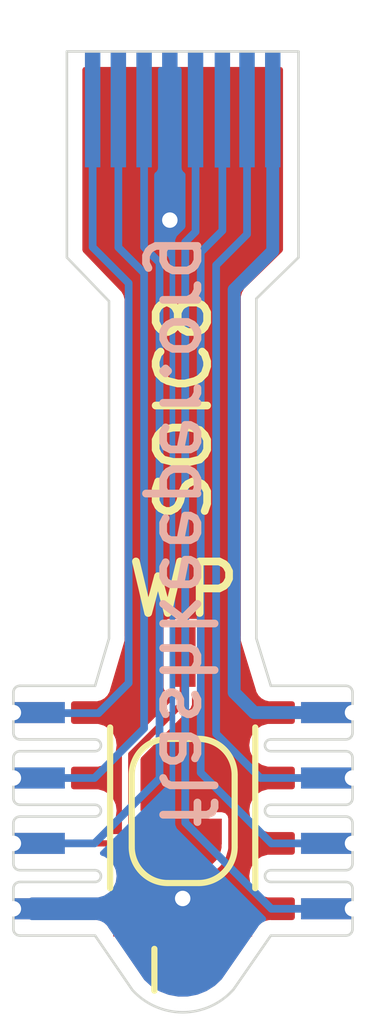
<source format=kicad_pcb>
(kicad_pcb (version 20240108) (generator "pcbnew") (generator_version "8.0")
  (layers (0 "F.Cu" signal) (31 "B.Cu" signal) (34 "B.Paste" user) (35 "F.Paste" user) (36 "B.SilkS" user "B.Silkscreen") (37 "F.SilkS" user "F.Silkscreen") (38 "B.Mask" user) (39 "F.Mask" user) (44 "Edge.Cuts" user))
  (net 0 "")
  (net 1 "{slash}WP")
  (net 2 "GND")
  (net 3 "DO")
  (net 4 "VCC")
  (net 5 "{slash}HOLD")
  (net 6 "CLK")
  (net 7 "{slash}CS")
  (net 8 "DI")
  (footprint "flashkeeper:SolderConnector_SOIC8" (layer "F.Cu") (at 142.06 106.84)
    (property "Reference" "U1" (hide yes))
    (property "Value" "SPI Flash" (hide yes))
    (fp_line (start 0 0.3937) (end 0 -0.3937) (stroke (width 0.05)) (layer "Edge.Cuts"))
    (fp_line (start 0 0.8763) (end 0 1.6637) (stroke (width 0.05)) (layer "Edge.Cuts"))
    (fp_line (start 0 2.1463) (end 0 2.9337) (stroke (width 0.05)) (layer "Edge.Cuts"))
    (fp_line (start 0 3.4163) (end 0 4.2037) (stroke (width 0.05)) (layer "Edge.Cuts"))
    (fp_line (start 0.127 -0.5207) (end 1.5875 -0.5207) (stroke (width 0.05)) (layer "Edge.Cuts"))
    (fp_line (start 0.127 0.5207) (end 1.5875 0.5207) (stroke (width 0.05)) (layer "Edge.Cuts"))
    (fp_line (start 0.127 1.7907) (end 1.5875 1.7907) (stroke (width 0.05)) (layer "Edge.Cuts"))
    (fp_line (start 0.127 3.0607) (end 1.5875 3.0607) (stroke (width 0.05)) (layer "Edge.Cuts"))
    (fp_line (start 0.127 4.3307) (end 1.5875 4.3307) (stroke (width 0.05)) (layer "Edge.Cuts"))
    (fp_line (start 1.5875 0.7493) (end 0.127 0.7493) (stroke (width 0.05)) (layer "Edge.Cuts"))
    (fp_line (start 1.5875 2.0193) (end 0.127 2.0193) (stroke (width 0.05)) (layer "Edge.Cuts"))
    (fp_line (start 1.5875 3.2893) (end 0.127 3.2893) (stroke (width 0.05)) (layer "Edge.Cuts"))
    (fp_line (start 5.0025 0.7493) (end 6.463 0.7493) (stroke (width 0.05)) (layer "Edge.Cuts"))
    (fp_line (start 5.0025 2.0193) (end 6.463 2.0193) (stroke (width 0.05)) (layer "Edge.Cuts"))
    (fp_line (start 5.0025 3.2893) (end 6.463 3.2893) (stroke (width 0.05)) (layer "Edge.Cuts"))
    (fp_line (start 6.463 -0.5207) (end 5.0025 -0.5207) (stroke (width 0.05)) (layer "Edge.Cuts"))
    (fp_line (start 6.463 0.5207) (end 5.0025 0.5207) (stroke (width 0.05)) (layer "Edge.Cuts"))
    (fp_line (start 6.463 1.7907) (end 5.0025 1.7907) (stroke (width 0.05)) (layer "Edge.Cuts"))
    (fp_line (start 6.463 3.0607) (end 5.0025 3.0607) (stroke (width 0.05)) (layer "Edge.Cuts"))
    (fp_line (start 6.463 4.3307) (end 5.0025 4.3307) (stroke (width 0.05)) (layer "Edge.Cuts"))
    (fp_line (start 6.59 -0.3937) (end 6.59 0.3937) (stroke (width 0.05)) (layer "Edge.Cuts"))
    (fp_line (start 6.59 0.8763) (end 6.59 1.6637) (stroke (width 0.05)) (layer "Edge.Cuts"))
    (fp_line (start 6.59 2.1463) (end 6.59 2.9337) (stroke (width 0.05)) (layer "Edge.Cuts"))
    (fp_line (start 6.59 3.4163) (end 6.59 4.2037) (stroke (width 0.05)) (layer "Edge.Cuts"))
    (fp_arc (start 0 -0.3937) (mid 0.037197 -0.483503) (end 0.127 -0.5207) (stroke (width 0.05)) (layer "Edge.Cuts"))
    (fp_arc (start 0 0.8763) (mid 0.037197 0.786497) (end 0.127 0.7493) (stroke (width 0.05)) (layer "Edge.Cuts"))
    (fp_arc (start 0 2.1463) (mid 0.037197 2.056497) (end 0.127 2.0193) (stroke (width 0.05)) (layer "Edge.Cuts"))
    (fp_arc (start 0 3.4163) (mid 0.037197 3.326497) (end 0.127 3.2893) (stroke (width 0.05)) (layer "Edge.Cuts"))
    (fp_arc (start 0.127 0.5207) (mid 0.037197 0.483503) (end 0 0.3937) (stroke (width 0.05)) (layer "Edge.Cuts"))
    (fp_arc (start 0.127 1.7907) (mid 0.037197 1.753503) (end 0 1.6637) (stroke (width 0.05)) (layer "Edge.Cuts"))
    (fp_arc (start 0.127 3.0607) (mid 0.037197 3.023503) (end 0 2.9337) (stroke (width 0.05)) (layer "Edge.Cuts"))
    (fp_arc (start 0.127 4.3307) (mid 0.037197 4.293503) (end 0 4.2037) (stroke (width 0.05)) (layer "Edge.Cuts"))
    (fp_arc (start 1.5875 0.5207) (mid 1.7018 0.635) (end 1.5875 0.7493) (stroke (width 0.05)) (layer "Edge.Cuts"))
    (fp_arc (start 1.5875 1.7907) (mid 1.7018 1.905) (end 1.5875 2.0193) (stroke (width 0.05)) (layer "Edge.Cuts"))
    (fp_arc (start 1.5875 3.0607) (mid 1.7018 3.175) (end 1.5875 3.2893) (stroke (width 0.05)) (layer "Edge.Cuts"))
    (fp_arc (start 5.0025 0.7493) (mid 4.8882 0.635) (end 5.0025 0.5207) (stroke (width 0.05)) (layer "Edge.Cuts"))
    (fp_arc (start 5.0025 2.0193) (mid 4.8882 1.905) (end 5.0025 1.7907) (stroke (width 0.05)) (layer "Edge.Cuts"))
    (fp_arc (start 5.0025 3.2893) (mid 4.8882 3.175) (end 5.0025 3.0607) (stroke (width 0.05)) (layer "Edge.Cuts"))
    (fp_arc (start 6.463 -0.5207) (mid 6.552803 -0.483503) (end 6.59 -0.3937) (stroke (width 0.05)) (layer "Edge.Cuts"))
    (fp_arc (start 6.463 0.7493) (mid 6.552803 0.786497) (end 6.59 0.8763) (stroke (width 0.05)) (layer "Edge.Cuts"))
    (fp_arc (start 6.463 2.0193) (mid 6.552803 2.056497) (end 6.59 2.1463) (stroke (width 0.05)) (layer "Edge.Cuts"))
    (fp_arc (start 6.463 3.2893) (mid 6.552803 3.326497) (end 6.59 3.4163) (stroke (width 0.05)) (layer "Edge.Cuts"))
    (fp_arc (start 6.59 0.3937) (mid 6.552803 0.483503) (end 6.463 0.5207) (stroke (width 0.05)) (layer "Edge.Cuts"))
    (fp_arc (start 6.59 1.6637) (mid 6.552803 1.753503) (end 6.463 1.7907) (stroke (width 0.05)) (layer "Edge.Cuts"))
    (fp_arc (start 6.59 2.9337) (mid 6.552803 3.023503) (end 6.463 3.0607) (stroke (width 0.05)) (layer "Edge.Cuts"))
    (fp_arc (start 6.59 4.2037) (mid 6.552803 4.293503) (end 6.463 4.3307) (stroke (width 0.05)) (layer "Edge.Cuts"))
    (pad "1" thru_hole rect (at 0 0) (size 1 0.41) (drill 0.3 (offset 0.5 0)) (property pad_prop_castellated) (layers "*.Cu" "*.Mask") (net 7 "{slash}CS"))
    (pad "2" thru_hole rect (at 0 1.27) (size 1 0.41) (drill 0.3 (offset 0.5 0)) (property pad_prop_castellated) (layers "*.Cu" "*.Mask") (net 3 "DO"))
    (pad "3" thru_hole rect (at 0 2.54) (size 1 0.41) (drill 0.3 (offset 0.5 0)) (property pad_prop_castellated) (layers "*.Cu" "*.Mask") (net 1 "{slash}WP"))
    (pad "4" thru_hole rect (at 0 3.81) (size 1 0.41) (drill 0.3 (offset 0.5 0)) (property pad_prop_castellated) (layers "*.Cu" "*.Mask") (net 2 "GND"))
    (pad "5" thru_hole rect (at 6.59 3.81 180) (size 1 0.41) (drill 0.3 (offset 0.5 0)) (property pad_prop_castellated) (layers "*.Cu" "*.Mask") (net 8 "DI"))
    (pad "6" thru_hole rect (at 6.59 2.54 180) (size 1 0.41) (drill 0.3 (offset 0.5 0)) (property pad_prop_castellated) (layers "*.Cu" "*.Mask") (net 6 "CLK"))
    (pad "7" thru_hole rect (at 6.59 1.27 180) (size 1 0.41) (drill 0.3 (offset 0.5 0)) (property pad_prop_castellated) (layers "*.Cu" "*.Mask") (net 5 "{slash}HOLD"))
    (pad "8" thru_hole rect (at 6.59 0 180) (size 1 0.41) (drill 0.3 (offset 0.5 0)) (property pad_prop_castellated) (layers "*.Cu" "*.Mask") (net 4 "VCC"))
  )
  (footprint "Button_Switch_SMD:SW_DIP_SPSTx01_Slide_Copal_CVS-01xB_W5.9mm_P1mm" (layer "F.Cu") (at 145.35 108.69 90)
    (property "Reference" "SW1" (hide yes))
    (property "Value" "SW_DIP_x01" (hide yes))
    (fp_line (start -1.56 -1.41) (end 1.561 -1.41) (stroke (width 0.12)) (layer "F.SilkS"))
    (fp_line (start -3.55 -0.55) (end -2.739 -0.55) (stroke (width 0.12)) (layer "F.SilkS"))
    (fp_line (start -1.56 1.41) (end 1.561 1.41) (stroke (width 0.12)) (layer "F.SilkS"))
    (pad "1" smd rect (at -2.95 0 90) (size 1.2 0.5) (layers "F.Cu" "F.Paste" "F.Mask") (net 2 "GND"))
    (pad "2" smd rect (at 2.95 0 90) (size 1.2 0.5) (layers "F.Cu" "F.Paste" "F.Mask") (net 1 "{slash}WP"))
    (pad "3" smd rect (at -2.15 -1 90) (size 0.7 0.7) (layers "F.Cu" "F.Paste" "F.Mask") (net 2 "GND"))
    (pad "3" smd rect (at -2.15 1 90) (size 0.7 0.7) (layers "F.Cu" "F.Paste" "F.Mask") (net 2 "GND"))
    (pad "3" smd rect (at 2.15 -1 90) (size 0.7 0.7) (layers "F.Cu" "F.Paste" "F.Mask") (net 2 "GND"))
    (pad "3" smd rect (at 2.15 1 90) (size 0.7 0.7) (layers "F.Cu" "F.Paste" "F.Mask") (net 2 "GND"))
  )
  (footprint "Jumper:SolderJumper-2_P1.3mm_Open_RoundedPad1.0x1.5mm" (layer "F.Cu") (at 145.36 108.75 90)
    (property "Reference" "JP1" (hide yes))
    (property "Value" "WP" (hide yes))
    (fp_line (start -0.7 -1) (end 0.7 -1) (stroke (width 0.12)) (layer "F.SilkS"))
    (fp_line (start 1.4 -0.3) (end 1.4 0.3) (stroke (width 0.12)) (layer "F.SilkS"))
    (fp_line (start -1.4 0.3) (end -1.4 -0.3) (stroke (width 0.12)) (layer "F.SilkS"))
    (fp_line (start 0.7 1) (end -0.7 1) (stroke (width 0.12)) (layer "F.SilkS"))
    (fp_arc (start 0.7 -1) (mid 1.194975 -0.794975) (end 1.4 -0.3) (stroke (width 0.12)) (layer "F.SilkS"))
    (fp_arc (start -1.4 -0.3) (mid -1.194975 -0.794975) (end -0.7 -1) (stroke (width 0.12)) (layer "F.SilkS"))
    (fp_arc (start 1.4 0.3) (mid 1.194975 0.794975) (end 0.7 1) (stroke (width 0.12)) (layer "F.SilkS"))
    (fp_arc (start -0.7 1) (mid -1.194975 0.794975) (end -1.4 0.3) (stroke (width 0.12)) (layer "F.SilkS"))
    (pad "1" smd custom (at -0.65 0 90) (size 1 0.5) (layers "F.Cu" "F.Mask") (net 1 "{slash}WP") (options (clearance outline) (anchor rect)) (primitives (gr_circle (center 0 0.25) (end 0.5 0.25) (width 0) (fill yes)) (gr_circle (center 0 -0.25) (end 0.5 -0.25) (width 0) (fill yes)) (gr_poly (pts (xy 0.5 0.75) (xy 0 0.75) (xy 0 -0.75) (xy 0.5 -0.75)) (width 0) (fill yes))))
    (pad "2" smd custom (at 0.65 0 90) (size 1 0.5) (layers "F.Cu" "F.Mask") (net 2 "GND") (options (clearance outline) (anchor rect)) (primitives (gr_circle (center 0 0.25) (end 0.5 0.25) (width 0) (fill yes)) (gr_circle (center 0 -0.25) (end 0.5 -0.25) (width 0) (fill yes)) (gr_poly (pts (xy 0 0.75) (xy -0.5 0.75) (xy -0.5 -0.75) (xy 0 -0.75)) (width 0) (fill yes))))
  )
  (footprint "flashkeeper:FFC_8_0.5mm" (layer "F.Cu") (at 145.35 94)
    (property "Reference" "J1" (hide yes))
    (property "Value" "FFC" (hide yes))
    (fp_line (start -2.25 0) (end -2.25 4) (stroke (width 0.05)) (layer "Edge.Cuts"))
    (fp_line (start -2.25 0) (end 2.25 0) (stroke (width 0.05)) (layer "Edge.Cuts"))
    (fp_line (start 2.25 0) (end 2.25 4) (stroke (width 0.05)) (layer "Edge.Cuts"))
    (pad "1" smd rect (at -1.75 1.125) (size 0.3 2.25) (layers "B.Cu" "B.Mask") (net 7 "{slash}CS"))
    (pad "2" smd rect (at -1.25 1.125) (size 0.3 2.25) (layers "B.Cu" "B.Mask") (net 3 "DO"))
    (pad "3" smd rect (at -0.75 1.125) (size 0.3 2.25) (layers "B.Cu" "B.Mask") (net 1 "{slash}WP"))
    (pad "4" smd rect (at -0.25 1.125) (size 0.3 2.25) (layers "B.Cu" "B.Mask") (net 2 "GND"))
    (pad "5" smd rect (at 0.25 1.125) (size 0.3 2.25) (layers "B.Cu" "B.Mask") (net 8 "DI"))
    (pad "6" smd rect (at 0.77134 1.129021) (size 0.3 2.25) (layers "B.Cu" "B.Mask") (net 6 "CLK"))
    (pad "7" smd rect (at 1.25 1.125) (size 0.3 2.25) (layers "B.Cu" "B.Mask") (net 5 "{slash}HOLD"))
    (pad "8" smd rect (at 1.75 1.125) (size 0.3 2.25) (layers "B.Cu" "B.Mask") (net 4 "VCC"))
  )
  (gr_line (start 146.78121 105.4) (end 147.0625 106.3193) (stroke (width 0.05)) (layer "Edge.Cuts"))
  (gr_line (start 146.78121 98.799994) (end 147.6 98) (stroke (width 0.05)) (layer "Edge.Cuts"))
  (gr_line (start 146.78121 105.4) (end 146.78121 98.799994) (stroke (width 0.05)) (layer "Edge.Cuts"))
  (gr_line (start 143.6475 111.1707) (end 144.370858 112.225313) (stroke (width 0.05)) (layer "Edge.Cuts"))
  (gr_line (start 147.0625 111.1707) (end 146.339271 112.21398) (stroke (width 0.05)) (layer "Edge.Cuts"))
  (gr_line (start 143.6475 106.3193) (end 143.918511 105.4) (stroke (width 0.05)) (layer "Edge.Cuts"))
  (gr_line (start 143.918511 105.4) (end 143.918511 98.8508) (stroke (width 0.05)) (layer "Edge.Cuts"))
  (gr_line (start 143.918511 98.8508) (end 143.1 98) (stroke (width 0.05)) (layer "Edge.Cuts"))
  (gr_arc (start 146.339271 112.21398) (mid 145.3576 112.660015) (end 144.370858 112.225313) (stroke (width 0.05)) (layer "Edge.Cuts"))
  (gr_text "flashkeeper.org" (at 144.84 103.3 -90) (layer "B.SilkS") (effects (font (size 1 1)) (justify bottom mirror)))
  (gr_text "SOIC8" (at 145.37 100.9 90) (layer "F.SilkS") (effects (font (size 1 1))))
  (gr_text "WP" (at 145.37 104.45 0) (layer "F.SilkS") (effects (font (size 1 1))))
  (segment (start 144.35 107.65) (end 144.35 109.38) (width 0.12) (layer "F.Cu") (net 1))
  (segment (start 145.35 105.74) (end 145.35 106.65) (width 0.12) (layer "F.Cu") (net 1))
  (segment (start 142.55 109.38) (end 144.15 109.38) (width 0.12) (layer "F.Cu") (net 1))
  (segment (start 144.15 109.38) (end 145.34 109.38) (width 0.12) (layer "F.Cu") (net 1))
  (segment (start 145.34 109.38) (end 145.36 109.4) (width 0.12) (layer "F.Cu") (net 1))
  (segment (start 145.35 106.65) (end 144.35 107.65) (width 0.12) (layer "F.Cu") (net 1))
  (segment (start 143.636286 109.38) (end 144.9 108.116286) (width 0.15) (layer "B.Cu") (net 1))
  (segment (start 144.9 108.116286) (end 144.9 98.1) (width 0.15) (layer "B.Cu") (net 1))
  (segment (start 144.6 97.8) (end 144.6 95.125) (width 0.15) (layer "B.Cu") (net 1))
  (segment (start 144.9 98.1) (end 144.6 97.8) (width 0.15) (layer "B.Cu") (net 1))
  (segment (start 142.55 109.38) (end 143.636286 109.38) (width 0.15) (layer "B.Cu") (net 1))
  (via (at 145.35 110.45) (size 0.55) (drill 0.3) (layers "F.Cu" "B.Cu") (net 2))
  (via (at 145.1 97.275) (size 0.55) (drill 0.3) (layers "F.Cu" "B.Cu") (net 2))
  (segment (start 144.6 107.146286) (end 144.6 98.305026) (width 0.15) (layer "B.Cu") (net 3))
  (segment (start 142.55 108.11) (end 143.636286 108.11) (width 0.15) (layer "B.Cu") (net 3))
  (segment (start 144.1 97.805026) (end 144.1 95.125) (width 0.15) (layer "B.Cu") (net 3))
  (segment (start 144.6 98.305026) (end 144.1 97.805026) (width 0.15) (layer "B.Cu") (net 3))
  (segment (start 143.636286 108.11) (end 144.6 107.146286) (width 0.15) (layer "B.Cu") (net 3))
  (segment (start 146.35 106.45) (end 146.35 98.625) (width 0.25) (layer "B.Cu") (net 4))
  (segment (start 148.15 106.84) (end 146.74 106.84) (width 0.25) (layer "B.Cu") (net 4))
  (segment (start 146.35 98.625) (end 147.1 97.875) (width 0.25) (layer "B.Cu") (net 4))
  (segment (start 147.1 97.875) (end 147.1 95.125) (width 0.25) (layer "B.Cu") (net 4))
  (segment (start 146.74 106.84) (end 146.35 106.45) (width 0.25) (layer "B.Cu") (net 4))
  (segment (start 146 98.15) (end 146.6 97.55) (width 0.15) (layer "B.Cu") (net 5))
  (segment (start 146.86 108.11) (end 146 107.25) (width 0.15) (layer "B.Cu") (net 5))
  (segment (start 146 107.25) (end 146 98.15) (width 0.15) (layer "B.Cu") (net 5))
  (segment (start 148.25 108.11) (end 146.86 108.11) (width 0.15) (layer "B.Cu") (net 5))
  (segment (start 146.6 97.55) (end 146.6 95.125) (width 0.15) (layer "B.Cu") (net 5))
  (segment (start 148.25 109.38) (end 147.073714 109.38) (width 0.15) (layer "B.Cu") (net 6))
  (segment (start 145.7 108.006286) (end 145.7 97.9) (width 0.15) (layer "B.Cu") (net 6))
  (segment (start 147.073714 109.38) (end 145.7 108.006286) (width 0.15) (layer "B.Cu") (net 6))
  (segment (start 146.12134 97.47866) (end 146.12134 95.129021) (width 0.15) (layer "B.Cu") (net 6))
  (segment (start 145.7 97.9) (end 146.12134 97.47866) (width 0.15) (layer "B.Cu") (net 6))
  (segment (start 144.3 106.264751) (end 144.3 98.5) (width 0.15) (layer "B.Cu") (net 7))
  (segment (start 144.3 98.5) (end 143.6 97.8) (width 0.15) (layer "B.Cu") (net 7))
  (segment (start 143.6 97.8) (end 143.6 95.125) (width 0.15) (layer "B.Cu") (net 7))
  (segment (start 142.55 106.85) (end 143.714751 106.85) (width 0.15) (layer "B.Cu") (net 7))
  (segment (start 143.714751 106.85) (end 144.3 106.264751) (width 0.15) (layer "B.Cu") (net 7))
  (segment (start 145.4 108.976286) (end 145.4 97.7) (width 0.15) (layer "B.Cu") (net 8))
  (segment (start 145.6 97.5) (end 145.6 95.125) (width 0.15) (layer "B.Cu") (net 8))
  (segment (start 148.25 110.65) (end 147.073714 110.65) (width 0.15) (layer "B.Cu") (net 8))
  (segment (start 147.073714 110.65) (end 145.4 108.976286) (width 0.15) (layer "B.Cu") (net 8))
  (segment (start 145.4 97.7) (end 145.6 97.5) (width 0.15) (layer "B.Cu") (net 8))
  (zone (net 2) (net_name "GND") (layers "F&B.Cu") (connect_pads yes (clearance 0.1)) (min_thickness 0.1) (fill yes (thermal_gap 0.5) (thermal_bridge_width 0.5))
    (polygon (pts (xy 148.9 93) (xy 148.93437 112.905333) (xy 141.83437 112.905333) (xy 141.8 93)))
  )
)
</source>
